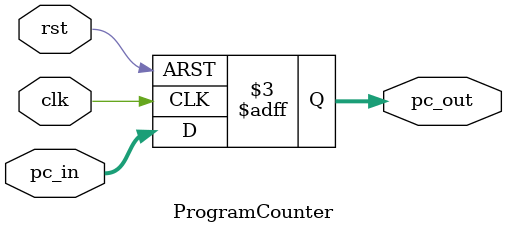
<source format=v>
`timescale 1ns / 1ps
module ProgramCounter(
    input clk,
    input rst,
    input [31:0] pc_in,
    output reg [31:0] pc_out
    );
	 
	always @ (posedge clk or posedge rst)
	begin
		if(rst==1'b1)
			pc_out<=0;
		else
			pc_out<=pc_in;
	end


endmodule

</source>
